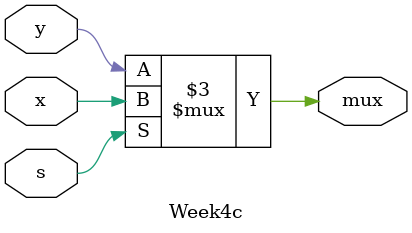
<source format=v>
module Week4c(
    input x, y, s, output reg mux
    );

    always @(x or y or s)
    // changes at changes for x, y, s
    begin    
    if(s)
    mux = x;
    else
    mux = y;
    end
    
endmodule
</source>
